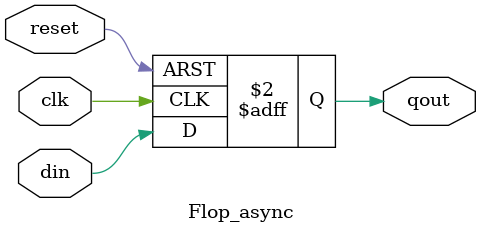
<source format=v>
`timescale 1ns / 1ps


module Flop_async(
    reset,clk,din,qout
    );
    input reset,clk,din;
    output qout;
    reg qout;
    always@(posedge clk or posedge reset) begin
        if(reset) qout<=1'b0;
        else qout<=din;
    
    end
endmodule

</source>
